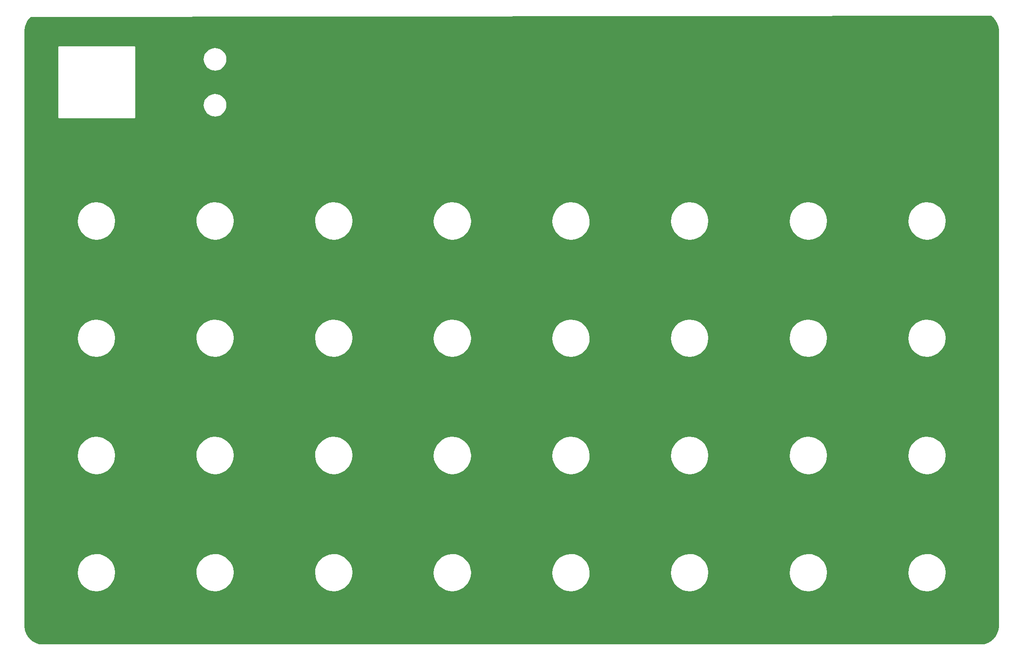
<source format=gbr>
G04 #@! TF.GenerationSoftware,KiCad,Pcbnew,(5.1.2-1)-1*
G04 #@! TF.CreationDate,2020-09-14T17:56:04+03:00*
G04 #@! TF.ProjectId,N32B_Top_panel_v1.2,4e333242-5f54-46f7-905f-70616e656c5f,rev?*
G04 #@! TF.SameCoordinates,Original*
G04 #@! TF.FileFunction,Copper,L1,Top*
G04 #@! TF.FilePolarity,Positive*
%FSLAX46Y46*%
G04 Gerber Fmt 4.6, Leading zero omitted, Abs format (unit mm)*
G04 Created by KiCad (PCBNEW (5.1.2-1)-1) date 2020-09-14 17:56:04*
%MOMM*%
%LPD*%
G04 APERTURE LIST*
%ADD10C,5.600000*%
%ADD11C,5.000000*%
%ADD12C,0.254000*%
G04 APERTURE END LIST*
D10*
X52990000Y-154002000D03*
X148990000Y-154002000D03*
D11*
X52990000Y-32002000D03*
X148990000Y-32002000D03*
X244990000Y-154002000D03*
D10*
X244990000Y-32002000D03*
D12*
G36*
X247506217Y-29468158D02*
G01*
X247950454Y-30005149D01*
X248281930Y-30618203D01*
X248488016Y-31283960D01*
X248562981Y-31997200D01*
X248563000Y-32002620D01*
X248563001Y-153981207D01*
X248492944Y-154695704D01*
X248291510Y-155362884D01*
X247964322Y-155978234D01*
X247523845Y-156518314D01*
X246986853Y-156962552D01*
X246373799Y-157294029D01*
X245708031Y-157500119D01*
X244995895Y-157575000D01*
X53010883Y-157575000D01*
X52296396Y-157504944D01*
X51629216Y-157303510D01*
X51013866Y-156976322D01*
X50473786Y-156535845D01*
X50029548Y-155998853D01*
X49698071Y-155385799D01*
X49491984Y-154720040D01*
X49417019Y-154006801D01*
X49417000Y-154001381D01*
X49417000Y-143057109D01*
X60043385Y-143057109D01*
X60129251Y-143822627D01*
X60362173Y-144556889D01*
X60733277Y-145231925D01*
X61228429Y-145822024D01*
X61828768Y-146304709D01*
X62511428Y-146661595D01*
X63250406Y-146879088D01*
X64017555Y-146948904D01*
X64783655Y-146868384D01*
X65519524Y-146640594D01*
X66197134Y-146274211D01*
X66790676Y-145783191D01*
X67277540Y-145186236D01*
X67639183Y-144506085D01*
X67861830Y-143768643D01*
X67931596Y-143057109D01*
X84329386Y-143057109D01*
X84415252Y-143822627D01*
X84648174Y-144556888D01*
X85019278Y-145231924D01*
X85514429Y-145822023D01*
X86114769Y-146304708D01*
X86797428Y-146661594D01*
X87536406Y-146879087D01*
X88303555Y-146948903D01*
X89069654Y-146868383D01*
X89805524Y-146640593D01*
X90483134Y-146274210D01*
X91076675Y-145783191D01*
X91563539Y-145186236D01*
X91925182Y-144506084D01*
X92147829Y-143768643D01*
X92217595Y-143057109D01*
X108615385Y-143057109D01*
X108701251Y-143822627D01*
X108934173Y-144556889D01*
X109305277Y-145231925D01*
X109800429Y-145822024D01*
X110400768Y-146304709D01*
X111083428Y-146661595D01*
X111822406Y-146879088D01*
X112589555Y-146948904D01*
X113355655Y-146868384D01*
X114091524Y-146640594D01*
X114769134Y-146274211D01*
X115362676Y-145783191D01*
X115849540Y-145186236D01*
X116211183Y-144506085D01*
X116433830Y-143768643D01*
X116503596Y-143057109D01*
X132901385Y-143057109D01*
X132987251Y-143822627D01*
X133220173Y-144556889D01*
X133591277Y-145231925D01*
X134086429Y-145822024D01*
X134686768Y-146304709D01*
X135369428Y-146661595D01*
X136108406Y-146879088D01*
X136875555Y-146948904D01*
X137641655Y-146868384D01*
X138377524Y-146640594D01*
X139055134Y-146274211D01*
X139648676Y-145783191D01*
X140135540Y-145186236D01*
X140497183Y-144506085D01*
X140719830Y-143768643D01*
X140789596Y-143057109D01*
X157187385Y-143057109D01*
X157273251Y-143822627D01*
X157506173Y-144556889D01*
X157877277Y-145231925D01*
X158372429Y-145822024D01*
X158972768Y-146304709D01*
X159655428Y-146661595D01*
X160394406Y-146879088D01*
X161161555Y-146948904D01*
X161927655Y-146868384D01*
X162663524Y-146640594D01*
X163341134Y-146274211D01*
X163934676Y-145783191D01*
X164421540Y-145186236D01*
X164783183Y-144506085D01*
X165005830Y-143768643D01*
X165075596Y-143057109D01*
X181473385Y-143057109D01*
X181559251Y-143822627D01*
X181792173Y-144556889D01*
X182163277Y-145231925D01*
X182658429Y-145822024D01*
X183258768Y-146304709D01*
X183941428Y-146661595D01*
X184680406Y-146879088D01*
X185447555Y-146948904D01*
X186213655Y-146868384D01*
X186949524Y-146640594D01*
X187627134Y-146274211D01*
X188220676Y-145783191D01*
X188707540Y-145186236D01*
X189069183Y-144506085D01*
X189291830Y-143768643D01*
X189361596Y-143057109D01*
X205759385Y-143057109D01*
X205845251Y-143822627D01*
X206078173Y-144556889D01*
X206449277Y-145231925D01*
X206944429Y-145822024D01*
X207544768Y-146304709D01*
X208227428Y-146661595D01*
X208966406Y-146879088D01*
X209733555Y-146948904D01*
X210499655Y-146868384D01*
X211235524Y-146640594D01*
X211913134Y-146274211D01*
X212506676Y-145783191D01*
X212993540Y-145186236D01*
X213355183Y-144506085D01*
X213577830Y-143768643D01*
X213647596Y-143057109D01*
X230045385Y-143057109D01*
X230131251Y-143822627D01*
X230364173Y-144556889D01*
X230735277Y-145231925D01*
X231230429Y-145822024D01*
X231830768Y-146304709D01*
X232513428Y-146661595D01*
X233252406Y-146879088D01*
X234019555Y-146948904D01*
X234785655Y-146868384D01*
X235521524Y-146640594D01*
X236199134Y-146274211D01*
X236792676Y-145783191D01*
X237279540Y-145186236D01*
X237641183Y-144506085D01*
X237863830Y-143768643D01*
X237939000Y-143002000D01*
X237937461Y-142891793D01*
X237840915Y-142127548D01*
X237597764Y-141396610D01*
X237217271Y-140726822D01*
X236713928Y-140143694D01*
X236106908Y-139669438D01*
X235419332Y-139322118D01*
X234677389Y-139114964D01*
X233909340Y-139055866D01*
X233144440Y-139147075D01*
X232411822Y-139385116D01*
X231739394Y-139760924D01*
X231152766Y-140260183D01*
X230674284Y-140863878D01*
X230322172Y-141549012D01*
X230109843Y-142289491D01*
X230045385Y-143057109D01*
X213647596Y-143057109D01*
X213653000Y-143002000D01*
X213651461Y-142891793D01*
X213554915Y-142127548D01*
X213311764Y-141396610D01*
X212931271Y-140726822D01*
X212427928Y-140143694D01*
X211820908Y-139669438D01*
X211133332Y-139322118D01*
X210391389Y-139114964D01*
X209623340Y-139055866D01*
X208858440Y-139147075D01*
X208125822Y-139385116D01*
X207453394Y-139760924D01*
X206866766Y-140260183D01*
X206388284Y-140863878D01*
X206036172Y-141549012D01*
X205823843Y-142289491D01*
X205759385Y-143057109D01*
X189361596Y-143057109D01*
X189367000Y-143002000D01*
X189365461Y-142891793D01*
X189268915Y-142127548D01*
X189025764Y-141396610D01*
X188645271Y-140726822D01*
X188141928Y-140143694D01*
X187534908Y-139669438D01*
X186847332Y-139322118D01*
X186105389Y-139114964D01*
X185337340Y-139055866D01*
X184572440Y-139147075D01*
X183839822Y-139385116D01*
X183167394Y-139760924D01*
X182580766Y-140260183D01*
X182102284Y-140863878D01*
X181750172Y-141549012D01*
X181537843Y-142289491D01*
X181473385Y-143057109D01*
X165075596Y-143057109D01*
X165081000Y-143002000D01*
X165079461Y-142891793D01*
X164982915Y-142127548D01*
X164739764Y-141396610D01*
X164359271Y-140726822D01*
X163855928Y-140143694D01*
X163248908Y-139669438D01*
X162561332Y-139322118D01*
X161819389Y-139114964D01*
X161051340Y-139055866D01*
X160286440Y-139147075D01*
X159553822Y-139385116D01*
X158881394Y-139760924D01*
X158294766Y-140260183D01*
X157816284Y-140863878D01*
X157464172Y-141549012D01*
X157251843Y-142289491D01*
X157187385Y-143057109D01*
X140789596Y-143057109D01*
X140795000Y-143002000D01*
X140793461Y-142891793D01*
X140696915Y-142127548D01*
X140453764Y-141396610D01*
X140073271Y-140726822D01*
X139569928Y-140143694D01*
X138962908Y-139669438D01*
X138275332Y-139322118D01*
X137533389Y-139114964D01*
X136765340Y-139055866D01*
X136000440Y-139147075D01*
X135267822Y-139385116D01*
X134595394Y-139760924D01*
X134008766Y-140260183D01*
X133530284Y-140863878D01*
X133178172Y-141549012D01*
X132965843Y-142289491D01*
X132901385Y-143057109D01*
X116503596Y-143057109D01*
X116509000Y-143002000D01*
X116507461Y-142891793D01*
X116410915Y-142127548D01*
X116167764Y-141396610D01*
X115787271Y-140726822D01*
X115283928Y-140143694D01*
X114676908Y-139669438D01*
X113989332Y-139322118D01*
X113247389Y-139114964D01*
X112479340Y-139055866D01*
X111714440Y-139147075D01*
X110981822Y-139385116D01*
X110309394Y-139760924D01*
X109722766Y-140260183D01*
X109244284Y-140863878D01*
X108892172Y-141549012D01*
X108679843Y-142289491D01*
X108615385Y-143057109D01*
X92217595Y-143057109D01*
X92222999Y-143002000D01*
X92221460Y-142891793D01*
X92124914Y-142127548D01*
X91881763Y-141396611D01*
X91501270Y-140726822D01*
X90997928Y-140143694D01*
X90390908Y-139669439D01*
X89703332Y-139322119D01*
X88961389Y-139114965D01*
X88193340Y-139055867D01*
X87428440Y-139147075D01*
X86695823Y-139385117D01*
X86023394Y-139760925D01*
X85436767Y-140260184D01*
X84958284Y-140863878D01*
X84606173Y-141549013D01*
X84393844Y-142289491D01*
X84329386Y-143057109D01*
X67931596Y-143057109D01*
X67937000Y-143002000D01*
X67935461Y-142891793D01*
X67838915Y-142127548D01*
X67595764Y-141396610D01*
X67215271Y-140726822D01*
X66711928Y-140143694D01*
X66104908Y-139669438D01*
X65417332Y-139322118D01*
X64675389Y-139114964D01*
X63907340Y-139055866D01*
X63142440Y-139147075D01*
X62409822Y-139385116D01*
X61737394Y-139760924D01*
X61150766Y-140260183D01*
X60672284Y-140863878D01*
X60320172Y-141549012D01*
X60107843Y-142289491D01*
X60043385Y-143057109D01*
X49417000Y-143057109D01*
X49417000Y-119057109D01*
X60043385Y-119057109D01*
X60129251Y-119822627D01*
X60362173Y-120556889D01*
X60733277Y-121231925D01*
X61228429Y-121822024D01*
X61828768Y-122304709D01*
X62511428Y-122661595D01*
X63250406Y-122879088D01*
X64017555Y-122948904D01*
X64783655Y-122868384D01*
X65519524Y-122640594D01*
X66197134Y-122274211D01*
X66790676Y-121783191D01*
X67277540Y-121186236D01*
X67639183Y-120506085D01*
X67861830Y-119768643D01*
X67931596Y-119057109D01*
X84329386Y-119057109D01*
X84415252Y-119822627D01*
X84648174Y-120556888D01*
X85019278Y-121231924D01*
X85514429Y-121822023D01*
X86114769Y-122304708D01*
X86797428Y-122661594D01*
X87536406Y-122879087D01*
X88303555Y-122948903D01*
X89069654Y-122868383D01*
X89805524Y-122640593D01*
X90483134Y-122274210D01*
X91076675Y-121783191D01*
X91563539Y-121186236D01*
X91925182Y-120506084D01*
X92147829Y-119768643D01*
X92217595Y-119057109D01*
X108615385Y-119057109D01*
X108701251Y-119822627D01*
X108934173Y-120556889D01*
X109305277Y-121231925D01*
X109800429Y-121822024D01*
X110400768Y-122304709D01*
X111083428Y-122661595D01*
X111822406Y-122879088D01*
X112589555Y-122948904D01*
X113355655Y-122868384D01*
X114091524Y-122640594D01*
X114769134Y-122274211D01*
X115362676Y-121783191D01*
X115849540Y-121186236D01*
X116211183Y-120506085D01*
X116433830Y-119768643D01*
X116503596Y-119057109D01*
X132901385Y-119057109D01*
X132987251Y-119822627D01*
X133220173Y-120556889D01*
X133591277Y-121231925D01*
X134086429Y-121822024D01*
X134686768Y-122304709D01*
X135369428Y-122661595D01*
X136108406Y-122879088D01*
X136875555Y-122948904D01*
X137641655Y-122868384D01*
X138377524Y-122640594D01*
X139055134Y-122274211D01*
X139648676Y-121783191D01*
X140135540Y-121186236D01*
X140497183Y-120506085D01*
X140719830Y-119768643D01*
X140789596Y-119057109D01*
X157187385Y-119057109D01*
X157273251Y-119822627D01*
X157506173Y-120556889D01*
X157877277Y-121231925D01*
X158372429Y-121822024D01*
X158972768Y-122304709D01*
X159655428Y-122661595D01*
X160394406Y-122879088D01*
X161161555Y-122948904D01*
X161927655Y-122868384D01*
X162663524Y-122640594D01*
X163341134Y-122274211D01*
X163934676Y-121783191D01*
X164421540Y-121186236D01*
X164783183Y-120506085D01*
X165005830Y-119768643D01*
X165075596Y-119057109D01*
X181473385Y-119057109D01*
X181559251Y-119822627D01*
X181792173Y-120556889D01*
X182163277Y-121231925D01*
X182658429Y-121822024D01*
X183258768Y-122304709D01*
X183941428Y-122661595D01*
X184680406Y-122879088D01*
X185447555Y-122948904D01*
X186213655Y-122868384D01*
X186949524Y-122640594D01*
X187627134Y-122274211D01*
X188220676Y-121783191D01*
X188707540Y-121186236D01*
X189069183Y-120506085D01*
X189291830Y-119768643D01*
X189361596Y-119057109D01*
X205759385Y-119057109D01*
X205845251Y-119822627D01*
X206078173Y-120556889D01*
X206449277Y-121231925D01*
X206944429Y-121822024D01*
X207544768Y-122304709D01*
X208227428Y-122661595D01*
X208966406Y-122879088D01*
X209733555Y-122948904D01*
X210499655Y-122868384D01*
X211235524Y-122640594D01*
X211913134Y-122274211D01*
X212506676Y-121783191D01*
X212993540Y-121186236D01*
X213355183Y-120506085D01*
X213577830Y-119768643D01*
X213647596Y-119057109D01*
X230045385Y-119057109D01*
X230131251Y-119822627D01*
X230364173Y-120556889D01*
X230735277Y-121231925D01*
X231230429Y-121822024D01*
X231830768Y-122304709D01*
X232513428Y-122661595D01*
X233252406Y-122879088D01*
X234019555Y-122948904D01*
X234785655Y-122868384D01*
X235521524Y-122640594D01*
X236199134Y-122274211D01*
X236792676Y-121783191D01*
X237279540Y-121186236D01*
X237641183Y-120506085D01*
X237863830Y-119768643D01*
X237939000Y-119002000D01*
X237937461Y-118891793D01*
X237840915Y-118127548D01*
X237597764Y-117396610D01*
X237217271Y-116726822D01*
X236713928Y-116143694D01*
X236106908Y-115669438D01*
X235419332Y-115322118D01*
X234677389Y-115114964D01*
X233909340Y-115055866D01*
X233144440Y-115147075D01*
X232411822Y-115385116D01*
X231739394Y-115760924D01*
X231152766Y-116260183D01*
X230674284Y-116863878D01*
X230322172Y-117549012D01*
X230109843Y-118289491D01*
X230045385Y-119057109D01*
X213647596Y-119057109D01*
X213653000Y-119002000D01*
X213651461Y-118891793D01*
X213554915Y-118127548D01*
X213311764Y-117396610D01*
X212931271Y-116726822D01*
X212427928Y-116143694D01*
X211820908Y-115669438D01*
X211133332Y-115322118D01*
X210391389Y-115114964D01*
X209623340Y-115055866D01*
X208858440Y-115147075D01*
X208125822Y-115385116D01*
X207453394Y-115760924D01*
X206866766Y-116260183D01*
X206388284Y-116863878D01*
X206036172Y-117549012D01*
X205823843Y-118289491D01*
X205759385Y-119057109D01*
X189361596Y-119057109D01*
X189367000Y-119002000D01*
X189365461Y-118891793D01*
X189268915Y-118127548D01*
X189025764Y-117396610D01*
X188645271Y-116726822D01*
X188141928Y-116143694D01*
X187534908Y-115669438D01*
X186847332Y-115322118D01*
X186105389Y-115114964D01*
X185337340Y-115055866D01*
X184572440Y-115147075D01*
X183839822Y-115385116D01*
X183167394Y-115760924D01*
X182580766Y-116260183D01*
X182102284Y-116863878D01*
X181750172Y-117549012D01*
X181537843Y-118289491D01*
X181473385Y-119057109D01*
X165075596Y-119057109D01*
X165081000Y-119002000D01*
X165079461Y-118891793D01*
X164982915Y-118127548D01*
X164739764Y-117396610D01*
X164359271Y-116726822D01*
X163855928Y-116143694D01*
X163248908Y-115669438D01*
X162561332Y-115322118D01*
X161819389Y-115114964D01*
X161051340Y-115055866D01*
X160286440Y-115147075D01*
X159553822Y-115385116D01*
X158881394Y-115760924D01*
X158294766Y-116260183D01*
X157816284Y-116863878D01*
X157464172Y-117549012D01*
X157251843Y-118289491D01*
X157187385Y-119057109D01*
X140789596Y-119057109D01*
X140795000Y-119002000D01*
X140793461Y-118891793D01*
X140696915Y-118127548D01*
X140453764Y-117396610D01*
X140073271Y-116726822D01*
X139569928Y-116143694D01*
X138962908Y-115669438D01*
X138275332Y-115322118D01*
X137533389Y-115114964D01*
X136765340Y-115055866D01*
X136000440Y-115147075D01*
X135267822Y-115385116D01*
X134595394Y-115760924D01*
X134008766Y-116260183D01*
X133530284Y-116863878D01*
X133178172Y-117549012D01*
X132965843Y-118289491D01*
X132901385Y-119057109D01*
X116503596Y-119057109D01*
X116509000Y-119002000D01*
X116507461Y-118891793D01*
X116410915Y-118127548D01*
X116167764Y-117396610D01*
X115787271Y-116726822D01*
X115283928Y-116143694D01*
X114676908Y-115669438D01*
X113989332Y-115322118D01*
X113247389Y-115114964D01*
X112479340Y-115055866D01*
X111714440Y-115147075D01*
X110981822Y-115385116D01*
X110309394Y-115760924D01*
X109722766Y-116260183D01*
X109244284Y-116863878D01*
X108892172Y-117549012D01*
X108679843Y-118289491D01*
X108615385Y-119057109D01*
X92217595Y-119057109D01*
X92222999Y-119002000D01*
X92221460Y-118891793D01*
X92124914Y-118127548D01*
X91881763Y-117396611D01*
X91501270Y-116726822D01*
X90997928Y-116143694D01*
X90390908Y-115669439D01*
X89703332Y-115322119D01*
X88961389Y-115114965D01*
X88193340Y-115055867D01*
X87428440Y-115147075D01*
X86695823Y-115385117D01*
X86023394Y-115760925D01*
X85436767Y-116260184D01*
X84958284Y-116863878D01*
X84606173Y-117549013D01*
X84393844Y-118289491D01*
X84329386Y-119057109D01*
X67931596Y-119057109D01*
X67937000Y-119002000D01*
X67935461Y-118891793D01*
X67838915Y-118127548D01*
X67595764Y-117396610D01*
X67215271Y-116726822D01*
X66711928Y-116143694D01*
X66104908Y-115669438D01*
X65417332Y-115322118D01*
X64675389Y-115114964D01*
X63907340Y-115055866D01*
X63142440Y-115147075D01*
X62409822Y-115385116D01*
X61737394Y-115760924D01*
X61150766Y-116260183D01*
X60672284Y-116863878D01*
X60320172Y-117549012D01*
X60107843Y-118289491D01*
X60043385Y-119057109D01*
X49417000Y-119057109D01*
X49417000Y-95057109D01*
X60043385Y-95057109D01*
X60129251Y-95822627D01*
X60362173Y-96556889D01*
X60733277Y-97231925D01*
X61228429Y-97822024D01*
X61828768Y-98304709D01*
X62511428Y-98661595D01*
X63250406Y-98879088D01*
X64017555Y-98948904D01*
X64783655Y-98868384D01*
X65519524Y-98640594D01*
X66197134Y-98274211D01*
X66790676Y-97783191D01*
X67277540Y-97186236D01*
X67639183Y-96506085D01*
X67861830Y-95768643D01*
X67931596Y-95057109D01*
X84329386Y-95057109D01*
X84415252Y-95822627D01*
X84648174Y-96556888D01*
X85019278Y-97231924D01*
X85514429Y-97822023D01*
X86114769Y-98304708D01*
X86797428Y-98661594D01*
X87536406Y-98879087D01*
X88303555Y-98948903D01*
X89069654Y-98868383D01*
X89805524Y-98640593D01*
X90483134Y-98274210D01*
X91076675Y-97783191D01*
X91563539Y-97186236D01*
X91925182Y-96506084D01*
X92147829Y-95768643D01*
X92217595Y-95057109D01*
X108615385Y-95057109D01*
X108701251Y-95822627D01*
X108934173Y-96556889D01*
X109305277Y-97231925D01*
X109800429Y-97822024D01*
X110400768Y-98304709D01*
X111083428Y-98661595D01*
X111822406Y-98879088D01*
X112589555Y-98948904D01*
X113355655Y-98868384D01*
X114091524Y-98640594D01*
X114769134Y-98274211D01*
X115362676Y-97783191D01*
X115849540Y-97186236D01*
X116211183Y-96506085D01*
X116433830Y-95768643D01*
X116503596Y-95057109D01*
X132901385Y-95057109D01*
X132987251Y-95822627D01*
X133220173Y-96556889D01*
X133591277Y-97231925D01*
X134086429Y-97822024D01*
X134686768Y-98304709D01*
X135369428Y-98661595D01*
X136108406Y-98879088D01*
X136875555Y-98948904D01*
X137641655Y-98868384D01*
X138377524Y-98640594D01*
X139055134Y-98274211D01*
X139648676Y-97783191D01*
X140135540Y-97186236D01*
X140497183Y-96506085D01*
X140719830Y-95768643D01*
X140789596Y-95057109D01*
X157187385Y-95057109D01*
X157273251Y-95822627D01*
X157506173Y-96556889D01*
X157877277Y-97231925D01*
X158372429Y-97822024D01*
X158972768Y-98304709D01*
X159655428Y-98661595D01*
X160394406Y-98879088D01*
X161161555Y-98948904D01*
X161927655Y-98868384D01*
X162663524Y-98640594D01*
X163341134Y-98274211D01*
X163934676Y-97783191D01*
X164421540Y-97186236D01*
X164783183Y-96506085D01*
X165005830Y-95768643D01*
X165075596Y-95057109D01*
X181473385Y-95057109D01*
X181559251Y-95822627D01*
X181792173Y-96556889D01*
X182163277Y-97231925D01*
X182658429Y-97822024D01*
X183258768Y-98304709D01*
X183941428Y-98661595D01*
X184680406Y-98879088D01*
X185447555Y-98948904D01*
X186213655Y-98868384D01*
X186949524Y-98640594D01*
X187627134Y-98274211D01*
X188220676Y-97783191D01*
X188707540Y-97186236D01*
X189069183Y-96506085D01*
X189291830Y-95768643D01*
X189361596Y-95057109D01*
X205759385Y-95057109D01*
X205845251Y-95822627D01*
X206078173Y-96556889D01*
X206449277Y-97231925D01*
X206944429Y-97822024D01*
X207544768Y-98304709D01*
X208227428Y-98661595D01*
X208966406Y-98879088D01*
X209733555Y-98948904D01*
X210499655Y-98868384D01*
X211235524Y-98640594D01*
X211913134Y-98274211D01*
X212506676Y-97783191D01*
X212993540Y-97186236D01*
X213355183Y-96506085D01*
X213577830Y-95768643D01*
X213647596Y-95057109D01*
X230045385Y-95057109D01*
X230131251Y-95822627D01*
X230364173Y-96556889D01*
X230735277Y-97231925D01*
X231230429Y-97822024D01*
X231830768Y-98304709D01*
X232513428Y-98661595D01*
X233252406Y-98879088D01*
X234019555Y-98948904D01*
X234785655Y-98868384D01*
X235521524Y-98640594D01*
X236199134Y-98274211D01*
X236792676Y-97783191D01*
X237279540Y-97186236D01*
X237641183Y-96506085D01*
X237863830Y-95768643D01*
X237939000Y-95002000D01*
X237937461Y-94891793D01*
X237840915Y-94127548D01*
X237597764Y-93396610D01*
X237217271Y-92726822D01*
X236713928Y-92143694D01*
X236106908Y-91669438D01*
X235419332Y-91322118D01*
X234677389Y-91114964D01*
X233909340Y-91055866D01*
X233144440Y-91147075D01*
X232411822Y-91385116D01*
X231739394Y-91760924D01*
X231152766Y-92260183D01*
X230674284Y-92863878D01*
X230322172Y-93549012D01*
X230109843Y-94289491D01*
X230045385Y-95057109D01*
X213647596Y-95057109D01*
X213653000Y-95002000D01*
X213651461Y-94891793D01*
X213554915Y-94127548D01*
X213311764Y-93396610D01*
X212931271Y-92726822D01*
X212427928Y-92143694D01*
X211820908Y-91669438D01*
X211133332Y-91322118D01*
X210391389Y-91114964D01*
X209623340Y-91055866D01*
X208858440Y-91147075D01*
X208125822Y-91385116D01*
X207453394Y-91760924D01*
X206866766Y-92260183D01*
X206388284Y-92863878D01*
X206036172Y-93549012D01*
X205823843Y-94289491D01*
X205759385Y-95057109D01*
X189361596Y-95057109D01*
X189367000Y-95002000D01*
X189365461Y-94891793D01*
X189268915Y-94127548D01*
X189025764Y-93396610D01*
X188645271Y-92726822D01*
X188141928Y-92143694D01*
X187534908Y-91669438D01*
X186847332Y-91322118D01*
X186105389Y-91114964D01*
X185337340Y-91055866D01*
X184572440Y-91147075D01*
X183839822Y-91385116D01*
X183167394Y-91760924D01*
X182580766Y-92260183D01*
X182102284Y-92863878D01*
X181750172Y-93549012D01*
X181537843Y-94289491D01*
X181473385Y-95057109D01*
X165075596Y-95057109D01*
X165081000Y-95002000D01*
X165079461Y-94891793D01*
X164982915Y-94127548D01*
X164739764Y-93396610D01*
X164359271Y-92726822D01*
X163855928Y-92143694D01*
X163248908Y-91669438D01*
X162561332Y-91322118D01*
X161819389Y-91114964D01*
X161051340Y-91055866D01*
X160286440Y-91147075D01*
X159553822Y-91385116D01*
X158881394Y-91760924D01*
X158294766Y-92260183D01*
X157816284Y-92863878D01*
X157464172Y-93549012D01*
X157251843Y-94289491D01*
X157187385Y-95057109D01*
X140789596Y-95057109D01*
X140795000Y-95002000D01*
X140793461Y-94891793D01*
X140696915Y-94127548D01*
X140453764Y-93396610D01*
X140073271Y-92726822D01*
X139569928Y-92143694D01*
X138962908Y-91669438D01*
X138275332Y-91322118D01*
X137533389Y-91114964D01*
X136765340Y-91055866D01*
X136000440Y-91147075D01*
X135267822Y-91385116D01*
X134595394Y-91760924D01*
X134008766Y-92260183D01*
X133530284Y-92863878D01*
X133178172Y-93549012D01*
X132965843Y-94289491D01*
X132901385Y-95057109D01*
X116503596Y-95057109D01*
X116509000Y-95002000D01*
X116507461Y-94891793D01*
X116410915Y-94127548D01*
X116167764Y-93396610D01*
X115787271Y-92726822D01*
X115283928Y-92143694D01*
X114676908Y-91669438D01*
X113989332Y-91322118D01*
X113247389Y-91114964D01*
X112479340Y-91055866D01*
X111714440Y-91147075D01*
X110981822Y-91385116D01*
X110309394Y-91760924D01*
X109722766Y-92260183D01*
X109244284Y-92863878D01*
X108892172Y-93549012D01*
X108679843Y-94289491D01*
X108615385Y-95057109D01*
X92217595Y-95057109D01*
X92222999Y-95002000D01*
X92221460Y-94891793D01*
X92124914Y-94127548D01*
X91881763Y-93396611D01*
X91501270Y-92726822D01*
X90997928Y-92143694D01*
X90390908Y-91669439D01*
X89703332Y-91322119D01*
X88961389Y-91114965D01*
X88193340Y-91055867D01*
X87428440Y-91147075D01*
X86695823Y-91385117D01*
X86023394Y-91760925D01*
X85436767Y-92260184D01*
X84958284Y-92863878D01*
X84606173Y-93549013D01*
X84393844Y-94289491D01*
X84329386Y-95057109D01*
X67931596Y-95057109D01*
X67937000Y-95002000D01*
X67935461Y-94891793D01*
X67838915Y-94127548D01*
X67595764Y-93396610D01*
X67215271Y-92726822D01*
X66711928Y-92143694D01*
X66104908Y-91669438D01*
X65417332Y-91322118D01*
X64675389Y-91114964D01*
X63907340Y-91055866D01*
X63142440Y-91147075D01*
X62409822Y-91385116D01*
X61737394Y-91760924D01*
X61150766Y-92260183D01*
X60672284Y-92863878D01*
X60320172Y-93549012D01*
X60107843Y-94289491D01*
X60043385Y-95057109D01*
X49417000Y-95057109D01*
X49417000Y-71057109D01*
X60043385Y-71057109D01*
X60129251Y-71822627D01*
X60362173Y-72556889D01*
X60733277Y-73231925D01*
X61228429Y-73822024D01*
X61828768Y-74304709D01*
X62511428Y-74661595D01*
X63250406Y-74879088D01*
X64017555Y-74948904D01*
X64783655Y-74868384D01*
X65519524Y-74640594D01*
X66197134Y-74274211D01*
X66790676Y-73783191D01*
X67277540Y-73186236D01*
X67639183Y-72506085D01*
X67861830Y-71768643D01*
X67931596Y-71057109D01*
X84329386Y-71057109D01*
X84415252Y-71822627D01*
X84648174Y-72556888D01*
X85019278Y-73231924D01*
X85514429Y-73822023D01*
X86114769Y-74304708D01*
X86797428Y-74661594D01*
X87536406Y-74879087D01*
X88303555Y-74948903D01*
X89069654Y-74868383D01*
X89805524Y-74640593D01*
X90483134Y-74274210D01*
X91076675Y-73783191D01*
X91563539Y-73186236D01*
X91925182Y-72506084D01*
X92147829Y-71768643D01*
X92217595Y-71057109D01*
X108615385Y-71057109D01*
X108701251Y-71822627D01*
X108934173Y-72556889D01*
X109305277Y-73231925D01*
X109800429Y-73822024D01*
X110400768Y-74304709D01*
X111083428Y-74661595D01*
X111822406Y-74879088D01*
X112589555Y-74948904D01*
X113355655Y-74868384D01*
X114091524Y-74640594D01*
X114769134Y-74274211D01*
X115362676Y-73783191D01*
X115849540Y-73186236D01*
X116211183Y-72506085D01*
X116433830Y-71768643D01*
X116503596Y-71057109D01*
X132901385Y-71057109D01*
X132987251Y-71822627D01*
X133220173Y-72556889D01*
X133591277Y-73231925D01*
X134086429Y-73822024D01*
X134686768Y-74304709D01*
X135369428Y-74661595D01*
X136108406Y-74879088D01*
X136875555Y-74948904D01*
X137641655Y-74868384D01*
X138377524Y-74640594D01*
X139055134Y-74274211D01*
X139648676Y-73783191D01*
X140135540Y-73186236D01*
X140497183Y-72506085D01*
X140719830Y-71768643D01*
X140789596Y-71057109D01*
X157187385Y-71057109D01*
X157273251Y-71822627D01*
X157506173Y-72556889D01*
X157877277Y-73231925D01*
X158372429Y-73822024D01*
X158972768Y-74304709D01*
X159655428Y-74661595D01*
X160394406Y-74879088D01*
X161161555Y-74948904D01*
X161927655Y-74868384D01*
X162663524Y-74640594D01*
X163341134Y-74274211D01*
X163934676Y-73783191D01*
X164421540Y-73186236D01*
X164783183Y-72506085D01*
X165005830Y-71768643D01*
X165075596Y-71057109D01*
X181473385Y-71057109D01*
X181559251Y-71822627D01*
X181792173Y-72556889D01*
X182163277Y-73231925D01*
X182658429Y-73822024D01*
X183258768Y-74304709D01*
X183941428Y-74661595D01*
X184680406Y-74879088D01*
X185447555Y-74948904D01*
X186213655Y-74868384D01*
X186949524Y-74640594D01*
X187627134Y-74274211D01*
X188220676Y-73783191D01*
X188707540Y-73186236D01*
X189069183Y-72506085D01*
X189291830Y-71768643D01*
X189361596Y-71057109D01*
X205759385Y-71057109D01*
X205845251Y-71822627D01*
X206078173Y-72556889D01*
X206449277Y-73231925D01*
X206944429Y-73822024D01*
X207544768Y-74304709D01*
X208227428Y-74661595D01*
X208966406Y-74879088D01*
X209733555Y-74948904D01*
X210499655Y-74868384D01*
X211235524Y-74640594D01*
X211913134Y-74274211D01*
X212506676Y-73783191D01*
X212993540Y-73186236D01*
X213355183Y-72506085D01*
X213577830Y-71768643D01*
X213647596Y-71057109D01*
X230045385Y-71057109D01*
X230131251Y-71822627D01*
X230364173Y-72556889D01*
X230735277Y-73231925D01*
X231230429Y-73822024D01*
X231830768Y-74304709D01*
X232513428Y-74661595D01*
X233252406Y-74879088D01*
X234019555Y-74948904D01*
X234785655Y-74868384D01*
X235521524Y-74640594D01*
X236199134Y-74274211D01*
X236792676Y-73783191D01*
X237279540Y-73186236D01*
X237641183Y-72506085D01*
X237863830Y-71768643D01*
X237939000Y-71002000D01*
X237937461Y-70891793D01*
X237840915Y-70127548D01*
X237597764Y-69396610D01*
X237217271Y-68726822D01*
X236713928Y-68143694D01*
X236106908Y-67669438D01*
X235419332Y-67322118D01*
X234677389Y-67114964D01*
X233909340Y-67055866D01*
X233144440Y-67147075D01*
X232411822Y-67385116D01*
X231739394Y-67760924D01*
X231152766Y-68260183D01*
X230674284Y-68863878D01*
X230322172Y-69549012D01*
X230109843Y-70289491D01*
X230045385Y-71057109D01*
X213647596Y-71057109D01*
X213653000Y-71002000D01*
X213651461Y-70891793D01*
X213554915Y-70127548D01*
X213311764Y-69396610D01*
X212931271Y-68726822D01*
X212427928Y-68143694D01*
X211820908Y-67669438D01*
X211133332Y-67322118D01*
X210391389Y-67114964D01*
X209623340Y-67055866D01*
X208858440Y-67147075D01*
X208125822Y-67385116D01*
X207453394Y-67760924D01*
X206866766Y-68260183D01*
X206388284Y-68863878D01*
X206036172Y-69549012D01*
X205823843Y-70289491D01*
X205759385Y-71057109D01*
X189361596Y-71057109D01*
X189367000Y-71002000D01*
X189365461Y-70891793D01*
X189268915Y-70127548D01*
X189025764Y-69396610D01*
X188645271Y-68726822D01*
X188141928Y-68143694D01*
X187534908Y-67669438D01*
X186847332Y-67322118D01*
X186105389Y-67114964D01*
X185337340Y-67055866D01*
X184572440Y-67147075D01*
X183839822Y-67385116D01*
X183167394Y-67760924D01*
X182580766Y-68260183D01*
X182102284Y-68863878D01*
X181750172Y-69549012D01*
X181537843Y-70289491D01*
X181473385Y-71057109D01*
X165075596Y-71057109D01*
X165081000Y-71002000D01*
X165079461Y-70891793D01*
X164982915Y-70127548D01*
X164739764Y-69396610D01*
X164359271Y-68726822D01*
X163855928Y-68143694D01*
X163248908Y-67669438D01*
X162561332Y-67322118D01*
X161819389Y-67114964D01*
X161051340Y-67055866D01*
X160286440Y-67147075D01*
X159553822Y-67385116D01*
X158881394Y-67760924D01*
X158294766Y-68260183D01*
X157816284Y-68863878D01*
X157464172Y-69549012D01*
X157251843Y-70289491D01*
X157187385Y-71057109D01*
X140789596Y-71057109D01*
X140795000Y-71002000D01*
X140793461Y-70891793D01*
X140696915Y-70127548D01*
X140453764Y-69396610D01*
X140073271Y-68726822D01*
X139569928Y-68143694D01*
X138962908Y-67669438D01*
X138275332Y-67322118D01*
X137533389Y-67114964D01*
X136765340Y-67055866D01*
X136000440Y-67147075D01*
X135267822Y-67385116D01*
X134595394Y-67760924D01*
X134008766Y-68260183D01*
X133530284Y-68863878D01*
X133178172Y-69549012D01*
X132965843Y-70289491D01*
X132901385Y-71057109D01*
X116503596Y-71057109D01*
X116509000Y-71002000D01*
X116507461Y-70891793D01*
X116410915Y-70127548D01*
X116167764Y-69396610D01*
X115787271Y-68726822D01*
X115283928Y-68143694D01*
X114676908Y-67669438D01*
X113989332Y-67322118D01*
X113247389Y-67114964D01*
X112479340Y-67055866D01*
X111714440Y-67147075D01*
X110981822Y-67385116D01*
X110309394Y-67760924D01*
X109722766Y-68260183D01*
X109244284Y-68863878D01*
X108892172Y-69549012D01*
X108679843Y-70289491D01*
X108615385Y-71057109D01*
X92217595Y-71057109D01*
X92222999Y-71002000D01*
X92221460Y-70891793D01*
X92124914Y-70127548D01*
X91881763Y-69396611D01*
X91501270Y-68726822D01*
X90997928Y-68143694D01*
X90390908Y-67669439D01*
X89703332Y-67322119D01*
X88961389Y-67114965D01*
X88193340Y-67055867D01*
X87428440Y-67147075D01*
X86695823Y-67385117D01*
X86023394Y-67760925D01*
X85436767Y-68260184D01*
X84958284Y-68863878D01*
X84606173Y-69549013D01*
X84393844Y-70289491D01*
X84329386Y-71057109D01*
X67931596Y-71057109D01*
X67937000Y-71002000D01*
X67935461Y-70891793D01*
X67838915Y-70127548D01*
X67595764Y-69396610D01*
X67215271Y-68726822D01*
X66711928Y-68143694D01*
X66104908Y-67669438D01*
X65417332Y-67322118D01*
X64675389Y-67114964D01*
X63907340Y-67055866D01*
X63142440Y-67147075D01*
X62409822Y-67385116D01*
X61737394Y-67760924D01*
X61150766Y-68260183D01*
X60672284Y-68863878D01*
X60320172Y-69549012D01*
X60107843Y-70289491D01*
X60043385Y-71057109D01*
X49417000Y-71057109D01*
X49417000Y-35502002D01*
X56060933Y-35502002D01*
X56062999Y-35522980D01*
X56063000Y-49681014D01*
X56060933Y-49702002D01*
X56069177Y-49785709D01*
X56093594Y-49866198D01*
X56133244Y-49940378D01*
X56186604Y-50005397D01*
X56251623Y-50058757D01*
X56325803Y-50098407D01*
X56406292Y-50122824D01*
X56469021Y-50129002D01*
X56469022Y-50129002D01*
X56489999Y-50131068D01*
X56510977Y-50129002D01*
X71669021Y-50129002D01*
X71689999Y-50131068D01*
X71710976Y-50129002D01*
X71710977Y-50129002D01*
X71773706Y-50122824D01*
X71854195Y-50098407D01*
X71928375Y-50058757D01*
X71993394Y-50005397D01*
X72046754Y-49940378D01*
X72086404Y-49866198D01*
X72110821Y-49785709D01*
X72119065Y-49702002D01*
X72116999Y-49681024D01*
X72116999Y-47336167D01*
X85829238Y-47336167D01*
X85882472Y-47810762D01*
X86026875Y-48265978D01*
X86256946Y-48684476D01*
X86563923Y-49050317D01*
X86936112Y-49349564D01*
X87359337Y-49570821D01*
X87817477Y-49705659D01*
X88293082Y-49748942D01*
X88768037Y-49699023D01*
X89224250Y-49557801D01*
X89644344Y-49330657D01*
X90012319Y-49026242D01*
X90314157Y-48656151D01*
X90538363Y-48234481D01*
X90676396Y-47777293D01*
X90722999Y-47302002D01*
X90722045Y-47233678D01*
X90662189Y-46759873D01*
X90511445Y-46306717D01*
X90275553Y-45891472D01*
X89963498Y-45529953D01*
X89587167Y-45235932D01*
X89160894Y-45020606D01*
X88700916Y-44892177D01*
X88224753Y-44855539D01*
X87750542Y-44912085D01*
X87296345Y-45059662D01*
X86879463Y-45292650D01*
X86515775Y-45602173D01*
X86219133Y-45976442D01*
X86000836Y-46401201D01*
X85869200Y-46860272D01*
X85829238Y-47336167D01*
X72116999Y-47336167D01*
X72116999Y-37936167D01*
X85829239Y-37936167D01*
X85882473Y-38410762D01*
X86026876Y-38865978D01*
X86256947Y-39284476D01*
X86563924Y-39650317D01*
X86936113Y-39949564D01*
X87359338Y-40170821D01*
X87817478Y-40305659D01*
X88293083Y-40348942D01*
X88768038Y-40299023D01*
X89224251Y-40157801D01*
X89644345Y-39930657D01*
X90012320Y-39626242D01*
X90314158Y-39256151D01*
X90538364Y-38834481D01*
X90676397Y-38377293D01*
X90723000Y-37902002D01*
X90722046Y-37833678D01*
X90662190Y-37359873D01*
X90511446Y-36906717D01*
X90275554Y-36491472D01*
X89963499Y-36129953D01*
X89587168Y-35835932D01*
X89160895Y-35620606D01*
X88700917Y-35492177D01*
X88224754Y-35455539D01*
X87750543Y-35512085D01*
X87296346Y-35659662D01*
X86879464Y-35892650D01*
X86515776Y-36202173D01*
X86219134Y-36576442D01*
X86000837Y-37001201D01*
X85869201Y-37460272D01*
X85829239Y-37936167D01*
X72116999Y-37936167D01*
X72116999Y-35522980D01*
X72119065Y-35502002D01*
X72110821Y-35418295D01*
X72086404Y-35337806D01*
X72046754Y-35263626D01*
X71993394Y-35198607D01*
X71928375Y-35145247D01*
X71854195Y-35105597D01*
X71773706Y-35081180D01*
X71710977Y-35075002D01*
X71689999Y-35072936D01*
X71669022Y-35075002D01*
X56510976Y-35075002D01*
X56489999Y-35072936D01*
X56469021Y-35075002D01*
X56406292Y-35081180D01*
X56325803Y-35105597D01*
X56251623Y-35145247D01*
X56186604Y-35198607D01*
X56133244Y-35263626D01*
X56093594Y-35337806D01*
X56069177Y-35418295D01*
X56060933Y-35502002D01*
X49417000Y-35502002D01*
X49417000Y-32022873D01*
X49487054Y-31308398D01*
X49688488Y-30641218D01*
X50015679Y-30025862D01*
X50456156Y-29485784D01*
X50638084Y-29335281D01*
X247039238Y-29087299D01*
X247506217Y-29468158D01*
X247506217Y-29468158D01*
G37*
X247506217Y-29468158D02*
X247950454Y-30005149D01*
X248281930Y-30618203D01*
X248488016Y-31283960D01*
X248562981Y-31997200D01*
X248563000Y-32002620D01*
X248563001Y-153981207D01*
X248492944Y-154695704D01*
X248291510Y-155362884D01*
X247964322Y-155978234D01*
X247523845Y-156518314D01*
X246986853Y-156962552D01*
X246373799Y-157294029D01*
X245708031Y-157500119D01*
X244995895Y-157575000D01*
X53010883Y-157575000D01*
X52296396Y-157504944D01*
X51629216Y-157303510D01*
X51013866Y-156976322D01*
X50473786Y-156535845D01*
X50029548Y-155998853D01*
X49698071Y-155385799D01*
X49491984Y-154720040D01*
X49417019Y-154006801D01*
X49417000Y-154001381D01*
X49417000Y-143057109D01*
X60043385Y-143057109D01*
X60129251Y-143822627D01*
X60362173Y-144556889D01*
X60733277Y-145231925D01*
X61228429Y-145822024D01*
X61828768Y-146304709D01*
X62511428Y-146661595D01*
X63250406Y-146879088D01*
X64017555Y-146948904D01*
X64783655Y-146868384D01*
X65519524Y-146640594D01*
X66197134Y-146274211D01*
X66790676Y-145783191D01*
X67277540Y-145186236D01*
X67639183Y-144506085D01*
X67861830Y-143768643D01*
X67931596Y-143057109D01*
X84329386Y-143057109D01*
X84415252Y-143822627D01*
X84648174Y-144556888D01*
X85019278Y-145231924D01*
X85514429Y-145822023D01*
X86114769Y-146304708D01*
X86797428Y-146661594D01*
X87536406Y-146879087D01*
X88303555Y-146948903D01*
X89069654Y-146868383D01*
X89805524Y-146640593D01*
X90483134Y-146274210D01*
X91076675Y-145783191D01*
X91563539Y-145186236D01*
X91925182Y-144506084D01*
X92147829Y-143768643D01*
X92217595Y-143057109D01*
X108615385Y-143057109D01*
X108701251Y-143822627D01*
X108934173Y-144556889D01*
X109305277Y-145231925D01*
X109800429Y-145822024D01*
X110400768Y-146304709D01*
X111083428Y-146661595D01*
X111822406Y-146879088D01*
X112589555Y-146948904D01*
X113355655Y-146868384D01*
X114091524Y-146640594D01*
X114769134Y-146274211D01*
X115362676Y-145783191D01*
X115849540Y-145186236D01*
X116211183Y-144506085D01*
X116433830Y-143768643D01*
X116503596Y-143057109D01*
X132901385Y-143057109D01*
X132987251Y-143822627D01*
X133220173Y-144556889D01*
X133591277Y-145231925D01*
X134086429Y-145822024D01*
X134686768Y-146304709D01*
X135369428Y-146661595D01*
X136108406Y-146879088D01*
X136875555Y-146948904D01*
X137641655Y-146868384D01*
X138377524Y-146640594D01*
X139055134Y-146274211D01*
X139648676Y-145783191D01*
X140135540Y-145186236D01*
X140497183Y-144506085D01*
X140719830Y-143768643D01*
X140789596Y-143057109D01*
X157187385Y-143057109D01*
X157273251Y-143822627D01*
X157506173Y-144556889D01*
X157877277Y-145231925D01*
X158372429Y-145822024D01*
X158972768Y-146304709D01*
X159655428Y-146661595D01*
X160394406Y-146879088D01*
X161161555Y-146948904D01*
X161927655Y-146868384D01*
X162663524Y-146640594D01*
X163341134Y-146274211D01*
X163934676Y-145783191D01*
X164421540Y-145186236D01*
X164783183Y-144506085D01*
X165005830Y-143768643D01*
X165075596Y-143057109D01*
X181473385Y-143057109D01*
X181559251Y-143822627D01*
X181792173Y-144556889D01*
X182163277Y-145231925D01*
X182658429Y-145822024D01*
X183258768Y-146304709D01*
X183941428Y-146661595D01*
X184680406Y-146879088D01*
X185447555Y-146948904D01*
X186213655Y-146868384D01*
X186949524Y-146640594D01*
X187627134Y-146274211D01*
X188220676Y-145783191D01*
X188707540Y-145186236D01*
X189069183Y-144506085D01*
X189291830Y-143768643D01*
X189361596Y-143057109D01*
X205759385Y-143057109D01*
X205845251Y-143822627D01*
X206078173Y-144556889D01*
X206449277Y-145231925D01*
X206944429Y-145822024D01*
X207544768Y-146304709D01*
X208227428Y-146661595D01*
X208966406Y-146879088D01*
X209733555Y-146948904D01*
X210499655Y-146868384D01*
X211235524Y-146640594D01*
X211913134Y-146274211D01*
X212506676Y-145783191D01*
X212993540Y-145186236D01*
X213355183Y-144506085D01*
X213577830Y-143768643D01*
X213647596Y-143057109D01*
X230045385Y-143057109D01*
X230131251Y-143822627D01*
X230364173Y-144556889D01*
X230735277Y-145231925D01*
X231230429Y-145822024D01*
X231830768Y-146304709D01*
X232513428Y-146661595D01*
X233252406Y-146879088D01*
X234019555Y-146948904D01*
X234785655Y-146868384D01*
X235521524Y-146640594D01*
X236199134Y-146274211D01*
X236792676Y-145783191D01*
X237279540Y-145186236D01*
X237641183Y-144506085D01*
X237863830Y-143768643D01*
X237939000Y-143002000D01*
X237937461Y-142891793D01*
X237840915Y-142127548D01*
X237597764Y-141396610D01*
X237217271Y-140726822D01*
X236713928Y-140143694D01*
X236106908Y-139669438D01*
X235419332Y-139322118D01*
X234677389Y-139114964D01*
X233909340Y-139055866D01*
X233144440Y-139147075D01*
X232411822Y-139385116D01*
X231739394Y-139760924D01*
X231152766Y-140260183D01*
X230674284Y-140863878D01*
X230322172Y-141549012D01*
X230109843Y-142289491D01*
X230045385Y-143057109D01*
X213647596Y-143057109D01*
X213653000Y-143002000D01*
X213651461Y-142891793D01*
X213554915Y-142127548D01*
X213311764Y-141396610D01*
X212931271Y-140726822D01*
X212427928Y-140143694D01*
X211820908Y-139669438D01*
X211133332Y-139322118D01*
X210391389Y-139114964D01*
X209623340Y-139055866D01*
X208858440Y-139147075D01*
X208125822Y-139385116D01*
X207453394Y-139760924D01*
X206866766Y-140260183D01*
X206388284Y-140863878D01*
X206036172Y-141549012D01*
X205823843Y-142289491D01*
X205759385Y-143057109D01*
X189361596Y-143057109D01*
X189367000Y-143002000D01*
X189365461Y-142891793D01*
X189268915Y-142127548D01*
X189025764Y-141396610D01*
X188645271Y-140726822D01*
X188141928Y-140143694D01*
X187534908Y-139669438D01*
X186847332Y-139322118D01*
X186105389Y-139114964D01*
X185337340Y-139055866D01*
X184572440Y-139147075D01*
X183839822Y-139385116D01*
X183167394Y-139760924D01*
X182580766Y-140260183D01*
X182102284Y-140863878D01*
X181750172Y-141549012D01*
X181537843Y-142289491D01*
X181473385Y-143057109D01*
X165075596Y-143057109D01*
X165081000Y-143002000D01*
X165079461Y-142891793D01*
X164982915Y-142127548D01*
X164739764Y-141396610D01*
X164359271Y-140726822D01*
X163855928Y-140143694D01*
X163248908Y-139669438D01*
X162561332Y-139322118D01*
X161819389Y-139114964D01*
X161051340Y-139055866D01*
X160286440Y-139147075D01*
X159553822Y-139385116D01*
X158881394Y-139760924D01*
X158294766Y-140260183D01*
X157816284Y-140863878D01*
X157464172Y-141549012D01*
X157251843Y-142289491D01*
X157187385Y-143057109D01*
X140789596Y-143057109D01*
X140795000Y-143002000D01*
X140793461Y-142891793D01*
X140696915Y-142127548D01*
X140453764Y-141396610D01*
X140073271Y-140726822D01*
X139569928Y-140143694D01*
X138962908Y-139669438D01*
X138275332Y-139322118D01*
X137533389Y-139114964D01*
X136765340Y-139055866D01*
X136000440Y-139147075D01*
X135267822Y-139385116D01*
X134595394Y-139760924D01*
X134008766Y-140260183D01*
X133530284Y-140863878D01*
X133178172Y-141549012D01*
X132965843Y-142289491D01*
X132901385Y-143057109D01*
X116503596Y-143057109D01*
X116509000Y-143002000D01*
X116507461Y-142891793D01*
X116410915Y-142127548D01*
X116167764Y-141396610D01*
X115787271Y-140726822D01*
X115283928Y-140143694D01*
X114676908Y-139669438D01*
X113989332Y-139322118D01*
X113247389Y-139114964D01*
X112479340Y-139055866D01*
X111714440Y-139147075D01*
X110981822Y-139385116D01*
X110309394Y-139760924D01*
X109722766Y-140260183D01*
X109244284Y-140863878D01*
X108892172Y-141549012D01*
X108679843Y-142289491D01*
X108615385Y-143057109D01*
X92217595Y-143057109D01*
X92222999Y-143002000D01*
X92221460Y-142891793D01*
X92124914Y-142127548D01*
X91881763Y-141396611D01*
X91501270Y-140726822D01*
X90997928Y-140143694D01*
X90390908Y-139669439D01*
X89703332Y-139322119D01*
X88961389Y-139114965D01*
X88193340Y-139055867D01*
X87428440Y-139147075D01*
X86695823Y-139385117D01*
X86023394Y-139760925D01*
X85436767Y-140260184D01*
X84958284Y-140863878D01*
X84606173Y-141549013D01*
X84393844Y-142289491D01*
X84329386Y-143057109D01*
X67931596Y-143057109D01*
X67937000Y-143002000D01*
X67935461Y-142891793D01*
X67838915Y-142127548D01*
X67595764Y-141396610D01*
X67215271Y-140726822D01*
X66711928Y-140143694D01*
X66104908Y-139669438D01*
X65417332Y-139322118D01*
X64675389Y-139114964D01*
X63907340Y-139055866D01*
X63142440Y-139147075D01*
X62409822Y-139385116D01*
X61737394Y-139760924D01*
X61150766Y-140260183D01*
X60672284Y-140863878D01*
X60320172Y-141549012D01*
X60107843Y-142289491D01*
X60043385Y-143057109D01*
X49417000Y-143057109D01*
X49417000Y-119057109D01*
X60043385Y-119057109D01*
X60129251Y-119822627D01*
X60362173Y-120556889D01*
X60733277Y-121231925D01*
X61228429Y-121822024D01*
X61828768Y-122304709D01*
X62511428Y-122661595D01*
X63250406Y-122879088D01*
X64017555Y-122948904D01*
X64783655Y-122868384D01*
X65519524Y-122640594D01*
X66197134Y-122274211D01*
X66790676Y-121783191D01*
X67277540Y-121186236D01*
X67639183Y-120506085D01*
X67861830Y-119768643D01*
X67931596Y-119057109D01*
X84329386Y-119057109D01*
X84415252Y-119822627D01*
X84648174Y-120556888D01*
X85019278Y-121231924D01*
X85514429Y-121822023D01*
X86114769Y-122304708D01*
X86797428Y-122661594D01*
X87536406Y-122879087D01*
X88303555Y-122948903D01*
X89069654Y-122868383D01*
X89805524Y-122640593D01*
X90483134Y-122274210D01*
X91076675Y-121783191D01*
X91563539Y-121186236D01*
X91925182Y-120506084D01*
X92147829Y-119768643D01*
X92217595Y-119057109D01*
X108615385Y-119057109D01*
X108701251Y-119822627D01*
X108934173Y-120556889D01*
X109305277Y-121231925D01*
X109800429Y-121822024D01*
X110400768Y-122304709D01*
X111083428Y-122661595D01*
X111822406Y-122879088D01*
X112589555Y-122948904D01*
X113355655Y-122868384D01*
X114091524Y-122640594D01*
X114769134Y-122274211D01*
X115362676Y-121783191D01*
X115849540Y-121186236D01*
X116211183Y-120506085D01*
X116433830Y-119768643D01*
X116503596Y-119057109D01*
X132901385Y-119057109D01*
X132987251Y-119822627D01*
X133220173Y-120556889D01*
X133591277Y-121231925D01*
X134086429Y-121822024D01*
X134686768Y-122304709D01*
X135369428Y-122661595D01*
X136108406Y-122879088D01*
X136875555Y-122948904D01*
X137641655Y-122868384D01*
X138377524Y-122640594D01*
X139055134Y-122274211D01*
X139648676Y-121783191D01*
X140135540Y-121186236D01*
X140497183Y-120506085D01*
X140719830Y-119768643D01*
X140789596Y-119057109D01*
X157187385Y-119057109D01*
X157273251Y-119822627D01*
X157506173Y-120556889D01*
X157877277Y-121231925D01*
X158372429Y-121822024D01*
X158972768Y-122304709D01*
X159655428Y-122661595D01*
X160394406Y-122879088D01*
X161161555Y-122948904D01*
X161927655Y-122868384D01*
X162663524Y-122640594D01*
X163341134Y-122274211D01*
X163934676Y-121783191D01*
X164421540Y-121186236D01*
X164783183Y-120506085D01*
X165005830Y-119768643D01*
X165075596Y-119057109D01*
X181473385Y-119057109D01*
X181559251Y-119822627D01*
X181792173Y-120556889D01*
X182163277Y-121231925D01*
X182658429Y-121822024D01*
X183258768Y-122304709D01*
X183941428Y-122661595D01*
X184680406Y-122879088D01*
X185447555Y-122948904D01*
X186213655Y-122868384D01*
X186949524Y-122640594D01*
X187627134Y-122274211D01*
X188220676Y-121783191D01*
X188707540Y-121186236D01*
X189069183Y-120506085D01*
X189291830Y-119768643D01*
X189361596Y-119057109D01*
X205759385Y-119057109D01*
X205845251Y-119822627D01*
X206078173Y-120556889D01*
X206449277Y-121231925D01*
X206944429Y-121822024D01*
X207544768Y-122304709D01*
X208227428Y-122661595D01*
X208966406Y-122879088D01*
X209733555Y-122948904D01*
X210499655Y-122868384D01*
X211235524Y-122640594D01*
X211913134Y-122274211D01*
X212506676Y-121783191D01*
X212993540Y-121186236D01*
X213355183Y-120506085D01*
X213577830Y-119768643D01*
X213647596Y-119057109D01*
X230045385Y-119057109D01*
X230131251Y-119822627D01*
X230364173Y-120556889D01*
X230735277Y-121231925D01*
X231230429Y-121822024D01*
X231830768Y-122304709D01*
X232513428Y-122661595D01*
X233252406Y-122879088D01*
X234019555Y-122948904D01*
X234785655Y-122868384D01*
X235521524Y-122640594D01*
X236199134Y-122274211D01*
X236792676Y-121783191D01*
X237279540Y-121186236D01*
X237641183Y-120506085D01*
X237863830Y-119768643D01*
X237939000Y-119002000D01*
X237937461Y-118891793D01*
X237840915Y-118127548D01*
X237597764Y-117396610D01*
X237217271Y-116726822D01*
X236713928Y-116143694D01*
X236106908Y-115669438D01*
X235419332Y-115322118D01*
X234677389Y-115114964D01*
X233909340Y-115055866D01*
X233144440Y-115147075D01*
X232411822Y-115385116D01*
X231739394Y-115760924D01*
X231152766Y-116260183D01*
X230674284Y-116863878D01*
X230322172Y-117549012D01*
X230109843Y-118289491D01*
X230045385Y-119057109D01*
X213647596Y-119057109D01*
X213653000Y-119002000D01*
X213651461Y-118891793D01*
X213554915Y-118127548D01*
X213311764Y-117396610D01*
X212931271Y-116726822D01*
X212427928Y-116143694D01*
X211820908Y-115669438D01*
X211133332Y-115322118D01*
X210391389Y-115114964D01*
X209623340Y-115055866D01*
X208858440Y-115147075D01*
X208125822Y-115385116D01*
X207453394Y-115760924D01*
X206866766Y-116260183D01*
X206388284Y-116863878D01*
X206036172Y-117549012D01*
X205823843Y-118289491D01*
X205759385Y-119057109D01*
X189361596Y-119057109D01*
X189367000Y-119002000D01*
X189365461Y-118891793D01*
X189268915Y-118127548D01*
X189025764Y-117396610D01*
X188645271Y-116726822D01*
X188141928Y-116143694D01*
X187534908Y-115669438D01*
X186847332Y-115322118D01*
X186105389Y-115114964D01*
X185337340Y-115055866D01*
X184572440Y-115147075D01*
X183839822Y-115385116D01*
X183167394Y-115760924D01*
X182580766Y-116260183D01*
X182102284Y-116863878D01*
X181750172Y-117549012D01*
X181537843Y-118289491D01*
X181473385Y-119057109D01*
X165075596Y-119057109D01*
X165081000Y-119002000D01*
X165079461Y-118891793D01*
X164982915Y-118127548D01*
X164739764Y-117396610D01*
X164359271Y-116726822D01*
X163855928Y-116143694D01*
X163248908Y-115669438D01*
X162561332Y-115322118D01*
X161819389Y-115114964D01*
X161051340Y-115055866D01*
X160286440Y-115147075D01*
X159553822Y-115385116D01*
X158881394Y-115760924D01*
X158294766Y-116260183D01*
X157816284Y-116863878D01*
X157464172Y-117549012D01*
X157251843Y-118289491D01*
X157187385Y-119057109D01*
X140789596Y-119057109D01*
X140795000Y-119002000D01*
X140793461Y-118891793D01*
X140696915Y-118127548D01*
X140453764Y-117396610D01*
X140073271Y-116726822D01*
X139569928Y-116143694D01*
X138962908Y-115669438D01*
X138275332Y-115322118D01*
X137533389Y-115114964D01*
X136765340Y-115055866D01*
X136000440Y-115147075D01*
X135267822Y-115385116D01*
X134595394Y-115760924D01*
X134008766Y-116260183D01*
X133530284Y-116863878D01*
X133178172Y-117549012D01*
X132965843Y-118289491D01*
X132901385Y-119057109D01*
X116503596Y-119057109D01*
X116509000Y-119002000D01*
X116507461Y-118891793D01*
X116410915Y-118127548D01*
X116167764Y-117396610D01*
X115787271Y-116726822D01*
X115283928Y-116143694D01*
X114676908Y-115669438D01*
X113989332Y-115322118D01*
X113247389Y-115114964D01*
X112479340Y-115055866D01*
X111714440Y-115147075D01*
X110981822Y-115385116D01*
X110309394Y-115760924D01*
X109722766Y-116260183D01*
X109244284Y-116863878D01*
X108892172Y-117549012D01*
X108679843Y-118289491D01*
X108615385Y-119057109D01*
X92217595Y-119057109D01*
X92222999Y-119002000D01*
X92221460Y-118891793D01*
X92124914Y-118127548D01*
X91881763Y-117396611D01*
X91501270Y-116726822D01*
X90997928Y-116143694D01*
X90390908Y-115669439D01*
X89703332Y-115322119D01*
X88961389Y-115114965D01*
X88193340Y-115055867D01*
X87428440Y-115147075D01*
X86695823Y-115385117D01*
X86023394Y-115760925D01*
X85436767Y-116260184D01*
X84958284Y-116863878D01*
X84606173Y-117549013D01*
X84393844Y-118289491D01*
X84329386Y-119057109D01*
X67931596Y-119057109D01*
X67937000Y-119002000D01*
X67935461Y-118891793D01*
X67838915Y-118127548D01*
X67595764Y-117396610D01*
X67215271Y-116726822D01*
X66711928Y-116143694D01*
X66104908Y-115669438D01*
X65417332Y-115322118D01*
X64675389Y-115114964D01*
X63907340Y-115055866D01*
X63142440Y-115147075D01*
X62409822Y-115385116D01*
X61737394Y-115760924D01*
X61150766Y-116260183D01*
X60672284Y-116863878D01*
X60320172Y-117549012D01*
X60107843Y-118289491D01*
X60043385Y-119057109D01*
X49417000Y-119057109D01*
X49417000Y-95057109D01*
X60043385Y-95057109D01*
X60129251Y-95822627D01*
X60362173Y-96556889D01*
X60733277Y-97231925D01*
X61228429Y-97822024D01*
X61828768Y-98304709D01*
X62511428Y-98661595D01*
X63250406Y-98879088D01*
X64017555Y-98948904D01*
X64783655Y-98868384D01*
X65519524Y-98640594D01*
X66197134Y-98274211D01*
X66790676Y-97783191D01*
X67277540Y-97186236D01*
X67639183Y-96506085D01*
X67861830Y-95768643D01*
X67931596Y-95057109D01*
X84329386Y-95057109D01*
X84415252Y-95822627D01*
X84648174Y-96556888D01*
X85019278Y-97231924D01*
X85514429Y-97822023D01*
X86114769Y-98304708D01*
X86797428Y-98661594D01*
X87536406Y-98879087D01*
X88303555Y-98948903D01*
X89069654Y-98868383D01*
X89805524Y-98640593D01*
X90483134Y-98274210D01*
X91076675Y-97783191D01*
X91563539Y-97186236D01*
X91925182Y-96506084D01*
X92147829Y-95768643D01*
X92217595Y-95057109D01*
X108615385Y-95057109D01*
X108701251Y-95822627D01*
X108934173Y-96556889D01*
X109305277Y-97231925D01*
X109800429Y-97822024D01*
X110400768Y-98304709D01*
X111083428Y-98661595D01*
X111822406Y-98879088D01*
X112589555Y-98948904D01*
X113355655Y-98868384D01*
X114091524Y-98640594D01*
X114769134Y-98274211D01*
X115362676Y-97783191D01*
X115849540Y-97186236D01*
X116211183Y-96506085D01*
X116433830Y-95768643D01*
X116503596Y-95057109D01*
X132901385Y-95057109D01*
X132987251Y-95822627D01*
X133220173Y-96556889D01*
X133591277Y-97231925D01*
X134086429Y-97822024D01*
X134686768Y-98304709D01*
X135369428Y-98661595D01*
X136108406Y-98879088D01*
X136875555Y-98948904D01*
X137641655Y-98868384D01*
X138377524Y-98640594D01*
X139055134Y-98274211D01*
X139648676Y-97783191D01*
X140135540Y-97186236D01*
X140497183Y-96506085D01*
X140719830Y-95768643D01*
X140789596Y-95057109D01*
X157187385Y-95057109D01*
X157273251Y-95822627D01*
X157506173Y-96556889D01*
X157877277Y-97231925D01*
X158372429Y-97822024D01*
X158972768Y-98304709D01*
X159655428Y-98661595D01*
X160394406Y-98879088D01*
X161161555Y-98948904D01*
X161927655Y-98868384D01*
X162663524Y-98640594D01*
X163341134Y-98274211D01*
X163934676Y-97783191D01*
X164421540Y-97186236D01*
X164783183Y-96506085D01*
X165005830Y-95768643D01*
X165075596Y-95057109D01*
X181473385Y-95057109D01*
X181559251Y-95822627D01*
X181792173Y-96556889D01*
X182163277Y-97231925D01*
X182658429Y-97822024D01*
X183258768Y-98304709D01*
X183941428Y-98661595D01*
X184680406Y-98879088D01*
X185447555Y-98948904D01*
X186213655Y-98868384D01*
X186949524Y-98640594D01*
X187627134Y-98274211D01*
X188220676Y-97783191D01*
X188707540Y-97186236D01*
X189069183Y-96506085D01*
X189291830Y-95768643D01*
X189361596Y-95057109D01*
X205759385Y-95057109D01*
X205845251Y-95822627D01*
X206078173Y-96556889D01*
X206449277Y-97231925D01*
X206944429Y-97822024D01*
X207544768Y-98304709D01*
X208227428Y-98661595D01*
X208966406Y-98879088D01*
X209733555Y-98948904D01*
X210499655Y-98868384D01*
X211235524Y-98640594D01*
X211913134Y-98274211D01*
X212506676Y-97783191D01*
X212993540Y-97186236D01*
X213355183Y-96506085D01*
X213577830Y-95768643D01*
X213647596Y-95057109D01*
X230045385Y-95057109D01*
X230131251Y-95822627D01*
X230364173Y-96556889D01*
X230735277Y-97231925D01*
X231230429Y-97822024D01*
X231830768Y-98304709D01*
X232513428Y-98661595D01*
X233252406Y-98879088D01*
X234019555Y-98948904D01*
X234785655Y-98868384D01*
X235521524Y-98640594D01*
X236199134Y-98274211D01*
X236792676Y-97783191D01*
X237279540Y-97186236D01*
X237641183Y-96506085D01*
X237863830Y-95768643D01*
X237939000Y-95002000D01*
X237937461Y-94891793D01*
X237840915Y-94127548D01*
X237597764Y-93396610D01*
X237217271Y-92726822D01*
X236713928Y-92143694D01*
X236106908Y-91669438D01*
X235419332Y-91322118D01*
X234677389Y-91114964D01*
X233909340Y-91055866D01*
X233144440Y-91147075D01*
X232411822Y-91385116D01*
X231739394Y-91760924D01*
X231152766Y-92260183D01*
X230674284Y-92863878D01*
X230322172Y-93549012D01*
X230109843Y-94289491D01*
X230045385Y-95057109D01*
X213647596Y-95057109D01*
X213653000Y-95002000D01*
X213651461Y-94891793D01*
X213554915Y-94127548D01*
X213311764Y-93396610D01*
X212931271Y-92726822D01*
X212427928Y-92143694D01*
X211820908Y-91669438D01*
X211133332Y-91322118D01*
X210391389Y-91114964D01*
X209623340Y-91055866D01*
X208858440Y-91147075D01*
X208125822Y-91385116D01*
X207453394Y-91760924D01*
X206866766Y-92260183D01*
X206388284Y-92863878D01*
X206036172Y-93549012D01*
X205823843Y-94289491D01*
X205759385Y-95057109D01*
X189361596Y-95057109D01*
X189367000Y-95002000D01*
X189365461Y-94891793D01*
X189268915Y-94127548D01*
X189025764Y-93396610D01*
X188645271Y-92726822D01*
X188141928Y-92143694D01*
X187534908Y-91669438D01*
X186847332Y-91322118D01*
X186105389Y-91114964D01*
X185337340Y-91055866D01*
X184572440Y-91147075D01*
X183839822Y-91385116D01*
X183167394Y-91760924D01*
X182580766Y-92260183D01*
X182102284Y-92863878D01*
X181750172Y-93549012D01*
X181537843Y-94289491D01*
X181473385Y-95057109D01*
X165075596Y-95057109D01*
X165081000Y-95002000D01*
X165079461Y-94891793D01*
X164982915Y-94127548D01*
X164739764Y-93396610D01*
X164359271Y-92726822D01*
X163855928Y-92143694D01*
X163248908Y-91669438D01*
X162561332Y-91322118D01*
X161819389Y-91114964D01*
X161051340Y-91055866D01*
X160286440Y-91147075D01*
X159553822Y-91385116D01*
X158881394Y-91760924D01*
X158294766Y-92260183D01*
X157816284Y-92863878D01*
X157464172Y-93549012D01*
X157251843Y-94289491D01*
X157187385Y-95057109D01*
X140789596Y-95057109D01*
X140795000Y-95002000D01*
X140793461Y-94891793D01*
X140696915Y-94127548D01*
X140453764Y-93396610D01*
X140073271Y-92726822D01*
X139569928Y-92143694D01*
X138962908Y-91669438D01*
X138275332Y-91322118D01*
X137533389Y-91114964D01*
X136765340Y-91055866D01*
X136000440Y-91147075D01*
X135267822Y-91385116D01*
X134595394Y-91760924D01*
X134008766Y-92260183D01*
X133530284Y-92863878D01*
X133178172Y-93549012D01*
X132965843Y-94289491D01*
X132901385Y-95057109D01*
X116503596Y-95057109D01*
X116509000Y-95002000D01*
X116507461Y-94891793D01*
X116410915Y-94127548D01*
X116167764Y-93396610D01*
X115787271Y-92726822D01*
X115283928Y-92143694D01*
X114676908Y-91669438D01*
X113989332Y-91322118D01*
X113247389Y-91114964D01*
X112479340Y-91055866D01*
X111714440Y-91147075D01*
X110981822Y-91385116D01*
X110309394Y-91760924D01*
X109722766Y-92260183D01*
X109244284Y-92863878D01*
X108892172Y-93549012D01*
X108679843Y-94289491D01*
X108615385Y-95057109D01*
X92217595Y-95057109D01*
X92222999Y-95002000D01*
X92221460Y-94891793D01*
X92124914Y-94127548D01*
X91881763Y-93396611D01*
X91501270Y-92726822D01*
X90997928Y-92143694D01*
X90390908Y-91669439D01*
X89703332Y-91322119D01*
X88961389Y-91114965D01*
X88193340Y-91055867D01*
X87428440Y-91147075D01*
X86695823Y-91385117D01*
X86023394Y-91760925D01*
X85436767Y-92260184D01*
X84958284Y-92863878D01*
X84606173Y-93549013D01*
X84393844Y-94289491D01*
X84329386Y-95057109D01*
X67931596Y-95057109D01*
X67937000Y-95002000D01*
X67935461Y-94891793D01*
X67838915Y-94127548D01*
X67595764Y-93396610D01*
X67215271Y-92726822D01*
X66711928Y-92143694D01*
X66104908Y-91669438D01*
X65417332Y-91322118D01*
X64675389Y-91114964D01*
X63907340Y-91055866D01*
X63142440Y-91147075D01*
X62409822Y-91385116D01*
X61737394Y-91760924D01*
X61150766Y-92260183D01*
X60672284Y-92863878D01*
X60320172Y-93549012D01*
X60107843Y-94289491D01*
X60043385Y-95057109D01*
X49417000Y-95057109D01*
X49417000Y-71057109D01*
X60043385Y-71057109D01*
X60129251Y-71822627D01*
X60362173Y-72556889D01*
X60733277Y-73231925D01*
X61228429Y-73822024D01*
X61828768Y-74304709D01*
X62511428Y-74661595D01*
X63250406Y-74879088D01*
X64017555Y-74948904D01*
X64783655Y-74868384D01*
X65519524Y-74640594D01*
X66197134Y-74274211D01*
X66790676Y-73783191D01*
X67277540Y-73186236D01*
X67639183Y-72506085D01*
X67861830Y-71768643D01*
X67931596Y-71057109D01*
X84329386Y-71057109D01*
X84415252Y-71822627D01*
X84648174Y-72556888D01*
X85019278Y-73231924D01*
X85514429Y-73822023D01*
X86114769Y-74304708D01*
X86797428Y-74661594D01*
X87536406Y-74879087D01*
X88303555Y-74948903D01*
X89069654Y-74868383D01*
X89805524Y-74640593D01*
X90483134Y-74274210D01*
X91076675Y-73783191D01*
X91563539Y-73186236D01*
X91925182Y-72506084D01*
X92147829Y-71768643D01*
X92217595Y-71057109D01*
X108615385Y-71057109D01*
X108701251Y-71822627D01*
X108934173Y-72556889D01*
X109305277Y-73231925D01*
X109800429Y-73822024D01*
X110400768Y-74304709D01*
X111083428Y-74661595D01*
X111822406Y-74879088D01*
X112589555Y-74948904D01*
X113355655Y-74868384D01*
X114091524Y-74640594D01*
X114769134Y-74274211D01*
X115362676Y-73783191D01*
X115849540Y-73186236D01*
X116211183Y-72506085D01*
X116433830Y-71768643D01*
X116503596Y-71057109D01*
X132901385Y-71057109D01*
X132987251Y-71822627D01*
X133220173Y-72556889D01*
X133591277Y-73231925D01*
X134086429Y-73822024D01*
X134686768Y-74304709D01*
X135369428Y-74661595D01*
X136108406Y-74879088D01*
X136875555Y-74948904D01*
X137641655Y-74868384D01*
X138377524Y-74640594D01*
X139055134Y-74274211D01*
X139648676Y-73783191D01*
X140135540Y-73186236D01*
X140497183Y-72506085D01*
X140719830Y-71768643D01*
X140789596Y-71057109D01*
X157187385Y-71057109D01*
X157273251Y-71822627D01*
X157506173Y-72556889D01*
X157877277Y-73231925D01*
X158372429Y-73822024D01*
X158972768Y-74304709D01*
X159655428Y-74661595D01*
X160394406Y-74879088D01*
X161161555Y-74948904D01*
X161927655Y-74868384D01*
X162663524Y-74640594D01*
X163341134Y-74274211D01*
X163934676Y-73783191D01*
X164421540Y-73186236D01*
X164783183Y-72506085D01*
X165005830Y-71768643D01*
X165075596Y-71057109D01*
X181473385Y-71057109D01*
X181559251Y-71822627D01*
X181792173Y-72556889D01*
X182163277Y-73231925D01*
X182658429Y-73822024D01*
X183258768Y-74304709D01*
X183941428Y-74661595D01*
X184680406Y-74879088D01*
X185447555Y-74948904D01*
X186213655Y-74868384D01*
X186949524Y-74640594D01*
X187627134Y-74274211D01*
X188220676Y-73783191D01*
X188707540Y-73186236D01*
X189069183Y-72506085D01*
X189291830Y-71768643D01*
X189361596Y-71057109D01*
X205759385Y-71057109D01*
X205845251Y-71822627D01*
X206078173Y-72556889D01*
X206449277Y-73231925D01*
X206944429Y-73822024D01*
X207544768Y-74304709D01*
X208227428Y-74661595D01*
X208966406Y-74879088D01*
X209733555Y-74948904D01*
X210499655Y-74868384D01*
X211235524Y-74640594D01*
X211913134Y-74274211D01*
X212506676Y-73783191D01*
X212993540Y-73186236D01*
X213355183Y-72506085D01*
X213577830Y-71768643D01*
X213647596Y-71057109D01*
X230045385Y-71057109D01*
X230131251Y-71822627D01*
X230364173Y-72556889D01*
X230735277Y-73231925D01*
X231230429Y-73822024D01*
X231830768Y-74304709D01*
X232513428Y-74661595D01*
X233252406Y-74879088D01*
X234019555Y-74948904D01*
X234785655Y-74868384D01*
X235521524Y-74640594D01*
X236199134Y-74274211D01*
X236792676Y-73783191D01*
X237279540Y-73186236D01*
X237641183Y-72506085D01*
X237863830Y-71768643D01*
X237939000Y-71002000D01*
X237937461Y-70891793D01*
X237840915Y-70127548D01*
X237597764Y-69396610D01*
X237217271Y-68726822D01*
X236713928Y-68143694D01*
X236106908Y-67669438D01*
X235419332Y-67322118D01*
X234677389Y-67114964D01*
X233909340Y-67055866D01*
X233144440Y-67147075D01*
X232411822Y-67385116D01*
X231739394Y-67760924D01*
X231152766Y-68260183D01*
X230674284Y-68863878D01*
X230322172Y-69549012D01*
X230109843Y-70289491D01*
X230045385Y-71057109D01*
X213647596Y-71057109D01*
X213653000Y-71002000D01*
X213651461Y-70891793D01*
X213554915Y-70127548D01*
X213311764Y-69396610D01*
X212931271Y-68726822D01*
X212427928Y-68143694D01*
X211820908Y-67669438D01*
X211133332Y-67322118D01*
X210391389Y-67114964D01*
X209623340Y-67055866D01*
X208858440Y-67147075D01*
X208125822Y-67385116D01*
X207453394Y-67760924D01*
X206866766Y-68260183D01*
X206388284Y-68863878D01*
X206036172Y-69549012D01*
X205823843Y-70289491D01*
X205759385Y-71057109D01*
X189361596Y-71057109D01*
X189367000Y-71002000D01*
X189365461Y-70891793D01*
X189268915Y-70127548D01*
X189025764Y-69396610D01*
X188645271Y-68726822D01*
X188141928Y-68143694D01*
X187534908Y-67669438D01*
X186847332Y-67322118D01*
X186105389Y-67114964D01*
X185337340Y-67055866D01*
X184572440Y-67147075D01*
X183839822Y-67385116D01*
X183167394Y-67760924D01*
X182580766Y-68260183D01*
X182102284Y-68863878D01*
X181750172Y-69549012D01*
X181537843Y-70289491D01*
X181473385Y-71057109D01*
X165075596Y-71057109D01*
X165081000Y-71002000D01*
X165079461Y-70891793D01*
X164982915Y-70127548D01*
X164739764Y-69396610D01*
X164359271Y-68726822D01*
X163855928Y-68143694D01*
X163248908Y-67669438D01*
X162561332Y-67322118D01*
X161819389Y-67114964D01*
X161051340Y-67055866D01*
X160286440Y-67147075D01*
X159553822Y-67385116D01*
X158881394Y-67760924D01*
X158294766Y-68260183D01*
X157816284Y-68863878D01*
X157464172Y-69549012D01*
X157251843Y-70289491D01*
X157187385Y-71057109D01*
X140789596Y-71057109D01*
X140795000Y-71002000D01*
X140793461Y-70891793D01*
X140696915Y-70127548D01*
X140453764Y-69396610D01*
X140073271Y-68726822D01*
X139569928Y-68143694D01*
X138962908Y-67669438D01*
X138275332Y-67322118D01*
X137533389Y-67114964D01*
X136765340Y-67055866D01*
X136000440Y-67147075D01*
X135267822Y-67385116D01*
X134595394Y-67760924D01*
X134008766Y-68260183D01*
X133530284Y-68863878D01*
X133178172Y-69549012D01*
X132965843Y-70289491D01*
X132901385Y-71057109D01*
X116503596Y-71057109D01*
X116509000Y-71002000D01*
X116507461Y-70891793D01*
X116410915Y-70127548D01*
X116167764Y-69396610D01*
X115787271Y-68726822D01*
X115283928Y-68143694D01*
X114676908Y-67669438D01*
X113989332Y-67322118D01*
X113247389Y-67114964D01*
X112479340Y-67055866D01*
X111714440Y-67147075D01*
X110981822Y-67385116D01*
X110309394Y-67760924D01*
X109722766Y-68260183D01*
X109244284Y-68863878D01*
X108892172Y-69549012D01*
X108679843Y-70289491D01*
X108615385Y-71057109D01*
X92217595Y-71057109D01*
X92222999Y-71002000D01*
X92221460Y-70891793D01*
X92124914Y-70127548D01*
X91881763Y-69396611D01*
X91501270Y-68726822D01*
X90997928Y-68143694D01*
X90390908Y-67669439D01*
X89703332Y-67322119D01*
X88961389Y-67114965D01*
X88193340Y-67055867D01*
X87428440Y-67147075D01*
X86695823Y-67385117D01*
X86023394Y-67760925D01*
X85436767Y-68260184D01*
X84958284Y-68863878D01*
X84606173Y-69549013D01*
X84393844Y-70289491D01*
X84329386Y-71057109D01*
X67931596Y-71057109D01*
X67937000Y-71002000D01*
X67935461Y-70891793D01*
X67838915Y-70127548D01*
X67595764Y-69396610D01*
X67215271Y-68726822D01*
X66711928Y-68143694D01*
X66104908Y-67669438D01*
X65417332Y-67322118D01*
X64675389Y-67114964D01*
X63907340Y-67055866D01*
X63142440Y-67147075D01*
X62409822Y-67385116D01*
X61737394Y-67760924D01*
X61150766Y-68260183D01*
X60672284Y-68863878D01*
X60320172Y-69549012D01*
X60107843Y-70289491D01*
X60043385Y-71057109D01*
X49417000Y-71057109D01*
X49417000Y-35502002D01*
X56060933Y-35502002D01*
X56062999Y-35522980D01*
X56063000Y-49681014D01*
X56060933Y-49702002D01*
X56069177Y-49785709D01*
X56093594Y-49866198D01*
X56133244Y-49940378D01*
X56186604Y-50005397D01*
X56251623Y-50058757D01*
X56325803Y-50098407D01*
X56406292Y-50122824D01*
X56469021Y-50129002D01*
X56469022Y-50129002D01*
X56489999Y-50131068D01*
X56510977Y-50129002D01*
X71669021Y-50129002D01*
X71689999Y-50131068D01*
X71710976Y-50129002D01*
X71710977Y-50129002D01*
X71773706Y-50122824D01*
X71854195Y-50098407D01*
X71928375Y-50058757D01*
X71993394Y-50005397D01*
X72046754Y-49940378D01*
X72086404Y-49866198D01*
X72110821Y-49785709D01*
X72119065Y-49702002D01*
X72116999Y-49681024D01*
X72116999Y-47336167D01*
X85829238Y-47336167D01*
X85882472Y-47810762D01*
X86026875Y-48265978D01*
X86256946Y-48684476D01*
X86563923Y-49050317D01*
X86936112Y-49349564D01*
X87359337Y-49570821D01*
X87817477Y-49705659D01*
X88293082Y-49748942D01*
X88768037Y-49699023D01*
X89224250Y-49557801D01*
X89644344Y-49330657D01*
X90012319Y-49026242D01*
X90314157Y-48656151D01*
X90538363Y-48234481D01*
X90676396Y-47777293D01*
X90722999Y-47302002D01*
X90722045Y-47233678D01*
X90662189Y-46759873D01*
X90511445Y-46306717D01*
X90275553Y-45891472D01*
X89963498Y-45529953D01*
X89587167Y-45235932D01*
X89160894Y-45020606D01*
X88700916Y-44892177D01*
X88224753Y-44855539D01*
X87750542Y-44912085D01*
X87296345Y-45059662D01*
X86879463Y-45292650D01*
X86515775Y-45602173D01*
X86219133Y-45976442D01*
X86000836Y-46401201D01*
X85869200Y-46860272D01*
X85829238Y-47336167D01*
X72116999Y-47336167D01*
X72116999Y-37936167D01*
X85829239Y-37936167D01*
X85882473Y-38410762D01*
X86026876Y-38865978D01*
X86256947Y-39284476D01*
X86563924Y-39650317D01*
X86936113Y-39949564D01*
X87359338Y-40170821D01*
X87817478Y-40305659D01*
X88293083Y-40348942D01*
X88768038Y-40299023D01*
X89224251Y-40157801D01*
X89644345Y-39930657D01*
X90012320Y-39626242D01*
X90314158Y-39256151D01*
X90538364Y-38834481D01*
X90676397Y-38377293D01*
X90723000Y-37902002D01*
X90722046Y-37833678D01*
X90662190Y-37359873D01*
X90511446Y-36906717D01*
X90275554Y-36491472D01*
X89963499Y-36129953D01*
X89587168Y-35835932D01*
X89160895Y-35620606D01*
X88700917Y-35492177D01*
X88224754Y-35455539D01*
X87750543Y-35512085D01*
X87296346Y-35659662D01*
X86879464Y-35892650D01*
X86515776Y-36202173D01*
X86219134Y-36576442D01*
X86000837Y-37001201D01*
X85869201Y-37460272D01*
X85829239Y-37936167D01*
X72116999Y-37936167D01*
X72116999Y-35522980D01*
X72119065Y-35502002D01*
X72110821Y-35418295D01*
X72086404Y-35337806D01*
X72046754Y-35263626D01*
X71993394Y-35198607D01*
X71928375Y-35145247D01*
X71854195Y-35105597D01*
X71773706Y-35081180D01*
X71710977Y-35075002D01*
X71689999Y-35072936D01*
X71669022Y-35075002D01*
X56510976Y-35075002D01*
X56489999Y-35072936D01*
X56469021Y-35075002D01*
X56406292Y-35081180D01*
X56325803Y-35105597D01*
X56251623Y-35145247D01*
X56186604Y-35198607D01*
X56133244Y-35263626D01*
X56093594Y-35337806D01*
X56069177Y-35418295D01*
X56060933Y-35502002D01*
X49417000Y-35502002D01*
X49417000Y-32022873D01*
X49487054Y-31308398D01*
X49688488Y-30641218D01*
X50015679Y-30025862D01*
X50456156Y-29485784D01*
X50638084Y-29335281D01*
X247039238Y-29087299D01*
X247506217Y-29468158D01*
M02*

</source>
